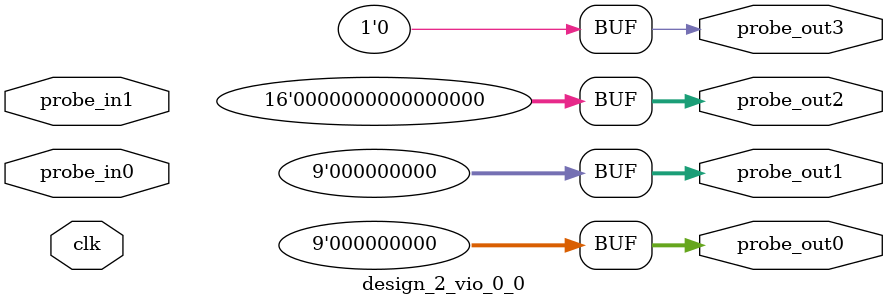
<source format=v>
`timescale 1ns / 1ps
module design_2_vio_0_0 (
clk,
probe_in0,probe_in1,
probe_out0,
probe_out1,
probe_out2,
probe_out3
);

input clk;
input [31 : 0] probe_in0;
input [0 : 0] probe_in1;

output reg [8 : 0] probe_out0 = 'h000 ;
output reg [8 : 0] probe_out1 = 'h000 ;
output reg [15 : 0] probe_out2 = 'h0000 ;
output reg [0 : 0] probe_out3 = 'h0 ;


endmodule

</source>
